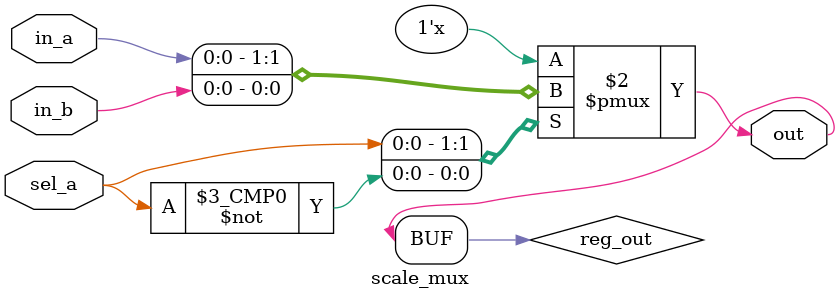
<source format=sv>

module scale_mux #(parameter width=1)(

input logic  [width-1:0]in_a,
input logic [width-1:0]in_b,
output logic[width-1:0]out,
input logic sel_a
);

reg [width-1:0]reg_out;
always_comb
begin : case_a
case(sel_a)
1:reg_out = in_a;
0:reg_out = in_b;
endcase
end : case_a
assign out=reg_out;
endmodule



</source>
